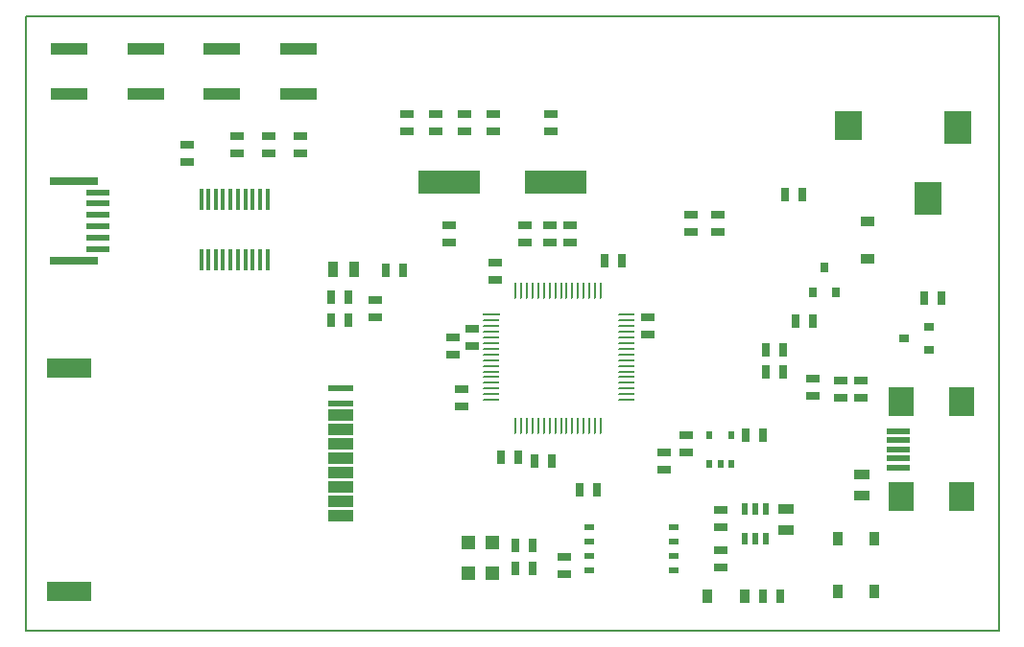
<source format=gtp>
G04 (created by PCBNEW (2013-may-18)-stable) date So 27 Okt 2013 12:43:41 CET*
%MOIN*%
G04 Gerber Fmt 3.4, Leading zero omitted, Abs format*
%FSLAX34Y34*%
G01*
G70*
G90*
G04 APERTURE LIST*
%ADD10C,0.00590551*%
%ADD11C,0.008*%
%ADD12R,0.025X0.045*%
%ADD13R,0.045X0.025*%
%ADD14R,0.035X0.055*%
%ADD15R,0.055X0.035*%
%ADD16R,0.06X0.0098*%
%ADD17O,0.06X0.0098*%
%ADD18O,0.0098X0.06*%
%ADD19R,0.0315X0.0354*%
%ADD20R,0.0354X0.0315*%
%ADD21R,0.126X0.0394*%
%ADD22R,0.0787X0.0197*%
%ADD23R,0.0866X0.0984*%
%ADD24R,0.0906X0.0394*%
%ADD25R,0.0906X0.0197*%
%ADD26R,0.1575X0.0669*%
%ADD27R,0.016X0.0748*%
%ADD28R,0.0236X0.0433*%
%ADD29R,0.0379X0.0197*%
%ADD30R,0.0472X0.0472*%
%ADD31R,0.0945X0.1161*%
%ADD32R,0.0945X0.1043*%
%ADD33R,0.2165X0.0787*%
%ADD34R,0.0787X0.0236*%
%ADD35R,0.1654X0.0276*%
%ADD36R,0.0358X0.048*%
%ADD37R,0.048X0.0358*%
%ADD38R,0.02X0.03*%
G04 APERTURE END LIST*
G54D10*
G54D11*
X14450Y-56300D02*
X14450Y-34950D01*
X48250Y-56300D02*
X14450Y-56300D01*
X48250Y-34950D02*
X48250Y-56300D01*
X15250Y-34950D02*
X48250Y-34950D01*
X14450Y-34950D02*
X15250Y-34950D01*
G54D12*
X33687Y-51400D03*
X34287Y-51400D03*
X41795Y-45537D03*
X41195Y-45537D03*
X32050Y-53350D03*
X31450Y-53350D03*
X32050Y-54150D03*
X31450Y-54150D03*
X40841Y-41141D03*
X41441Y-41141D03*
X25050Y-44700D03*
X25650Y-44700D03*
X40150Y-46550D03*
X40750Y-46550D03*
X40150Y-47300D03*
X40750Y-47300D03*
G54D13*
X32700Y-38350D03*
X32700Y-38950D03*
X30700Y-38350D03*
X30700Y-38950D03*
X29700Y-38350D03*
X29700Y-38950D03*
X28700Y-38350D03*
X28700Y-38950D03*
X27700Y-38350D03*
X27700Y-38950D03*
X42750Y-48200D03*
X42750Y-47600D03*
X43450Y-48200D03*
X43450Y-47600D03*
G54D12*
X46250Y-44750D03*
X45650Y-44750D03*
X27551Y-43763D03*
X26951Y-43763D03*
G54D13*
X38600Y-52100D03*
X38600Y-52700D03*
X38600Y-54100D03*
X38600Y-53500D03*
G54D12*
X34550Y-43450D03*
X35150Y-43450D03*
X32725Y-50400D03*
X32125Y-50400D03*
G54D13*
X29150Y-42200D03*
X29150Y-42800D03*
X31800Y-42800D03*
X31800Y-42200D03*
X29600Y-47900D03*
X29600Y-48500D03*
X30750Y-44100D03*
X30750Y-43500D03*
X38500Y-42450D03*
X38500Y-41850D03*
X29300Y-46700D03*
X29300Y-46100D03*
X37550Y-42450D03*
X37550Y-41850D03*
G54D12*
X25650Y-45500D03*
X25050Y-45500D03*
G54D13*
X33350Y-42800D03*
X33350Y-42200D03*
X36050Y-46025D03*
X36050Y-45425D03*
X26600Y-45400D03*
X26600Y-44800D03*
X41800Y-48150D03*
X41800Y-47550D03*
G54D12*
X31550Y-50275D03*
X30950Y-50275D03*
G54D13*
X32647Y-42804D03*
X32647Y-42204D03*
X29950Y-46400D03*
X29950Y-45800D03*
G54D14*
X25870Y-43753D03*
X25120Y-43753D03*
G54D15*
X43500Y-50875D03*
X43500Y-51625D03*
G54D16*
X30639Y-45324D03*
G54D17*
X30639Y-45521D03*
X30639Y-45718D03*
X30639Y-45915D03*
X30639Y-46112D03*
X30639Y-46308D03*
X30639Y-46505D03*
X30639Y-46702D03*
X30639Y-46899D03*
X30639Y-47096D03*
X30639Y-47293D03*
X30639Y-47489D03*
X30639Y-47686D03*
X30639Y-47883D03*
X30639Y-48080D03*
X30639Y-48277D03*
G54D18*
X31474Y-49175D03*
X31671Y-49175D03*
X31868Y-49175D03*
X32065Y-49175D03*
X32262Y-49175D03*
X32458Y-49175D03*
X32655Y-49175D03*
X32852Y-49175D03*
X33049Y-49175D03*
X33246Y-49175D03*
X33443Y-49175D03*
X33639Y-49175D03*
X33836Y-49175D03*
X34033Y-49175D03*
X34230Y-49175D03*
X34427Y-49175D03*
G54D17*
X35325Y-48277D03*
X35325Y-48080D03*
X35325Y-47883D03*
X35325Y-47686D03*
X35325Y-47489D03*
X35325Y-47293D03*
X35325Y-47096D03*
X35325Y-46899D03*
X35325Y-46702D03*
X35325Y-46505D03*
X35325Y-46308D03*
X35325Y-46112D03*
X35325Y-45915D03*
X35325Y-45718D03*
X35325Y-45521D03*
X35325Y-45324D03*
G54D18*
X34427Y-44489D03*
X34230Y-44489D03*
X33836Y-44489D03*
X34033Y-44482D03*
X33639Y-44489D03*
X33443Y-44489D03*
X33246Y-44489D03*
X33049Y-44489D03*
X32852Y-44489D03*
X32655Y-44489D03*
X32461Y-44489D03*
X32264Y-44489D03*
X32067Y-44489D03*
X31870Y-44489D03*
X31674Y-44489D03*
X31477Y-44489D03*
G54D19*
X41806Y-44533D03*
X42594Y-44533D03*
X42200Y-43667D03*
G54D20*
X45833Y-46544D03*
X45833Y-45756D03*
X44967Y-46150D03*
G54D21*
X18639Y-36063D03*
X18639Y-37637D03*
X15961Y-37637D03*
X15961Y-36063D03*
X23939Y-36063D03*
X23939Y-37637D03*
X21261Y-37637D03*
X21261Y-36063D03*
G54D22*
X44764Y-50315D03*
X44764Y-50000D03*
X44764Y-49685D03*
X44764Y-49370D03*
X44764Y-50630D03*
G54D23*
X44863Y-51654D03*
X44863Y-48346D03*
X46949Y-51654D03*
X46949Y-48346D03*
G54D24*
X25403Y-52294D03*
X25403Y-51794D03*
X25403Y-50794D03*
X25403Y-51294D03*
X25403Y-50294D03*
X25403Y-49794D03*
X25403Y-49294D03*
X25403Y-48794D03*
G54D25*
X25403Y-48400D03*
X25403Y-47889D03*
G54D26*
X15954Y-47172D03*
X15954Y-54928D03*
G54D27*
X22850Y-41300D03*
X22600Y-41300D03*
X22340Y-41300D03*
X22080Y-41300D03*
X21830Y-41300D03*
X21570Y-41300D03*
X21310Y-41300D03*
X21060Y-41300D03*
X20800Y-41300D03*
X20550Y-41300D03*
X20550Y-43400D03*
X20800Y-43400D03*
X21060Y-43400D03*
X21310Y-43400D03*
X21570Y-43400D03*
X21830Y-43400D03*
X22080Y-43400D03*
X22340Y-43400D03*
X22600Y-43400D03*
X22850Y-43400D03*
G54D12*
X40050Y-49500D03*
X39450Y-49500D03*
G54D13*
X24000Y-39100D03*
X24000Y-39700D03*
X22900Y-39700D03*
X22900Y-39100D03*
X21800Y-39100D03*
X21800Y-39700D03*
X37401Y-49503D03*
X37401Y-50103D03*
G54D28*
X39426Y-53112D03*
X39800Y-53112D03*
X40174Y-53112D03*
X39426Y-52088D03*
X39800Y-52088D03*
X40174Y-52088D03*
G54D29*
X36955Y-52700D03*
X36955Y-54200D03*
X36955Y-53700D03*
X36955Y-53200D03*
X34045Y-54200D03*
X34045Y-53700D03*
X34046Y-53200D03*
X34045Y-52700D03*
G54D30*
X30663Y-53250D03*
X29837Y-53250D03*
X30663Y-54300D03*
X29837Y-54300D03*
G54D31*
X46843Y-38811D03*
X45780Y-41281D03*
G54D32*
X43024Y-38752D03*
G54D33*
X32850Y-40700D03*
X29150Y-40700D03*
G54D13*
X33178Y-53736D03*
X33178Y-54336D03*
G54D34*
X16947Y-41066D03*
X16947Y-41459D03*
X16947Y-41853D03*
X16947Y-42247D03*
X16947Y-42641D03*
X16947Y-43034D03*
G54D35*
X16120Y-40672D03*
X16120Y-43428D03*
G54D15*
X40850Y-52075D03*
X40850Y-52825D03*
G54D13*
X20050Y-39400D03*
X20050Y-40000D03*
G54D36*
X39424Y-55118D03*
X38134Y-55118D03*
G54D12*
X40054Y-55118D03*
X40654Y-55118D03*
G54D13*
X36614Y-50093D03*
X36614Y-50693D03*
G54D37*
X43700Y-43361D03*
X43700Y-42071D03*
G54D36*
X43945Y-53100D03*
X42655Y-53100D03*
X43945Y-54950D03*
X42655Y-54950D03*
G54D38*
X38207Y-50500D03*
X38957Y-50500D03*
X38207Y-49500D03*
X38582Y-50500D03*
X38957Y-49500D03*
M02*

</source>
